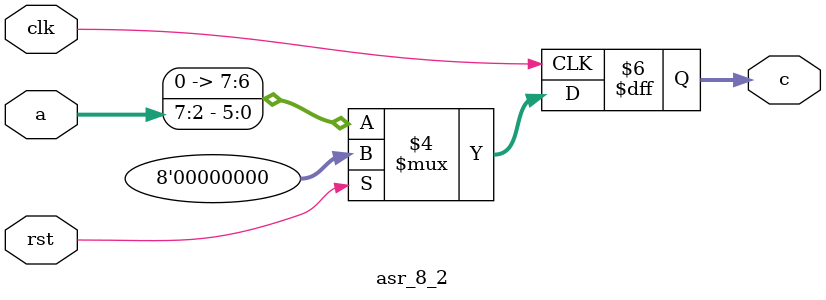
<source format=v>
module asr_8_2(
    a,
    c,
    clk,
    rst
);

input [7:0] a;
input clk, rst;
output [7:0] c;

always @ ( posedge clk )
begin
    case(rst)
        0: c = a >>> 2;
        default: c = 0;
    endcase
end

endmodule

</source>
